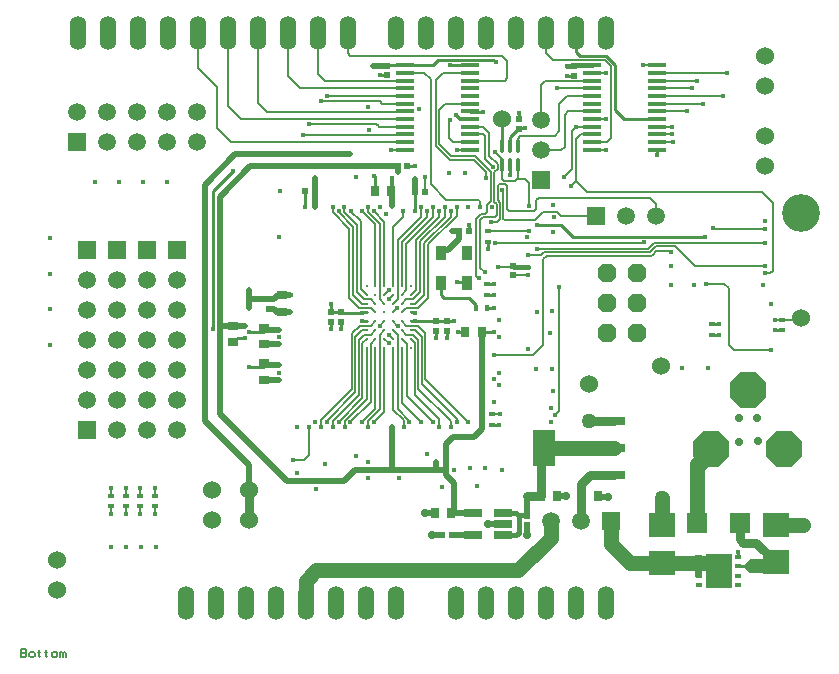
<source format=gbl>
%FSTAX25Y25*%
%MOIN*%
G70*
G01*
G75*
G04 Layer_Physical_Order=4*
G04 Layer_Color=16711680*
%ADD10O,0.07087X0.01181*%
%ADD11O,0.01181X0.07087*%
%ADD12O,0.07284X0.01378*%
%ADD13R,0.08071X0.02756*%
%ADD14R,0.01772X0.02165*%
%ADD15R,0.03150X0.03150*%
%ADD16R,0.01575X0.02559*%
%ADD17R,0.02992X0.06299*%
%ADD18R,0.07874X0.06299*%
%ADD19R,0.02047X0.02047*%
%ADD20R,0.02047X0.02047*%
%ADD21R,0.03543X0.02756*%
%ADD22R,0.02756X0.03543*%
%ADD23R,0.02165X0.01772*%
%ADD24C,0.01000*%
%ADD25C,0.00500*%
%ADD26C,0.03000*%
%ADD27C,0.00700*%
%ADD28C,0.02000*%
%ADD29C,0.00669*%
%ADD30C,0.00591*%
%ADD31R,0.25197X0.25197*%
%ADD32C,0.06000*%
%ADD33P,0.12784X8X202.5*%
%ADD34P,0.12784X8X292.5*%
%ADD35C,0.05906*%
%ADD36R,0.05906X0.05906*%
%ADD37R,0.05906X0.05906*%
%ADD38P,0.06711X8X292.5*%
%ADD39O,0.05600X0.11200*%
%ADD40C,0.12600*%
%ADD41C,0.01969*%
%ADD42C,0.01600*%
%ADD43C,0.05000*%
%ADD44C,0.01595*%
%ADD45C,0.02800*%
%ADD46C,0.04000*%
%ADD47R,0.70200X0.25400*%
%ADD48C,0.07550*%
%ADD49O,0.08724X0.11087*%
%ADD50O,0.11087X0.08724*%
%ADD51C,0.07543*%
G04:AMPARAMS|DCode=52|XSize=95.433mil|YSize=95.433mil|CornerRadius=0mil|HoleSize=0mil|Usage=FLASHONLY|Rotation=0.000|XOffset=0mil|YOffset=0mil|HoleType=Round|Shape=Relief|Width=10mil|Gap=10mil|Entries=4|*
%AMTHD52*
7,0,0,0.09543,0.07543,0.01000,45*
%
%ADD52THD52*%
%ADD53C,0.07800*%
%ADD54C,0.07400*%
G04:AMPARAMS|DCode=55|XSize=95.5mil|YSize=95.5mil|CornerRadius=0mil|HoleSize=0mil|Usage=FLASHONLY|Rotation=0.000|XOffset=0mil|YOffset=0mil|HoleType=Round|Shape=Relief|Width=10mil|Gap=10mil|Entries=4|*
%AMTHD55*
7,0,0,0.09550,0.07550,0.01000,45*
%
%ADD55THD55*%
%ADD56C,0.16600*%
%ADD57C,0.06800*%
G04:AMPARAMS|DCode=58|XSize=70mil|YSize=70mil|CornerRadius=0mil|HoleSize=0mil|Usage=FLASHONLY|Rotation=0.000|XOffset=0mil|YOffset=0mil|HoleType=Round|Shape=Relief|Width=10mil|Gap=10mil|Entries=4|*
%AMTHD58*
7,0,0,0.07000,0.05000,0.01000,45*
%
%ADD58THD58*%
%ADD59C,0.05600*%
%AMTHOVALD60*
21,1,0.02362,0.10724,0,0,270.0*
1,1,0.10724,0.00000,0.01181*
1,1,0.10724,0.00000,-0.01181*
21,0,0.02362,0.08724,0,0,270.0*
1,0,0.08724,0.00000,0.01181*
1,0,0.08724,0.00000,-0.01181*
4,0,4,-0.00354,0.00828,-0.04145,0.04619,-0.03438,0.05326,0.00354,0.01535,-0.00354,0.00828,0.0*
4,0,4,-0.00354,-0.01535,0.03438,-0.05326,0.04145,-0.04619,0.00354,-0.00828,-0.00354,-0.01535,0.0*
4,0,4,-0.00354,0.01535,0.03438,0.05326,0.04145,0.04619,0.00354,0.00828,-0.00354,0.01535,0.0*
4,0,4,-0.00354,-0.00828,-0.04145,-0.04619,-0.03438,-0.05326,0.00354,-0.01535,-0.00354,-0.00828,0.0*
%
%ADD60THOVALD60*%

%AMTHOVALD61*
21,1,0.02362,0.10724,0,0,360.0*
1,1,0.10724,-0.01181,0.00000*
1,1,0.10724,0.01181,0.00000*
21,0,0.02362,0.08724,0,0,360.0*
1,0,0.08724,-0.01181,0.00000*
1,0,0.08724,0.01181,0.00000*
4,0,4,-0.00828,-0.00354,-0.04619,-0.04145,-0.05326,-0.03438,-0.01535,0.00354,-0.00828,-0.00354,0.0*
4,0,4,0.01535,-0.00354,0.05326,0.03438,0.04619,0.04145,0.00828,0.00354,0.01535,-0.00354,0.0*
4,0,4,-0.01535,-0.00354,-0.05326,0.03438,-0.04619,0.04145,-0.00828,0.00354,-0.01535,-0.00354,0.0*
4,0,4,0.00828,-0.00354,0.04619,-0.04145,0.05326,-0.03438,0.01535,0.00354,0.00828,-0.00354,0.0*
%
%ADD61THOVALD61*%

G04:AMPARAMS|DCode=62|XSize=98mil|YSize=98mil|CornerRadius=0mil|HoleSize=0mil|Usage=FLASHONLY|Rotation=0.000|XOffset=0mil|YOffset=0mil|HoleType=Round|Shape=Relief|Width=10mil|Gap=10mil|Entries=4|*
%AMTHD62*
7,0,0,0.09800,0.07800,0.01000,45*
%
%ADD62THD62*%
G04:AMPARAMS|DCode=63|XSize=94mil|YSize=94mil|CornerRadius=0mil|HoleSize=0mil|Usage=FLASHONLY|Rotation=0.000|XOffset=0mil|YOffset=0mil|HoleType=Round|Shape=Relief|Width=10mil|Gap=10mil|Entries=4|*
%AMTHD63*
7,0,0,0.09400,0.07400,0.01000,45*
%
%ADD63THD63*%
G04:AMPARAMS|DCode=64|XSize=88mil|YSize=88mil|CornerRadius=0mil|HoleSize=0mil|Usage=FLASHONLY|Rotation=0.000|XOffset=0mil|YOffset=0mil|HoleType=Round|Shape=Relief|Width=10mil|Gap=10mil|Entries=4|*
%AMTHD64*
7,0,0,0.08800,0.06800,0.01000,45*
%
%ADD64THD64*%
G04:AMPARAMS|DCode=65|XSize=76mil|YSize=76mil|CornerRadius=0mil|HoleSize=0mil|Usage=FLASHONLY|Rotation=0.000|XOffset=0mil|YOffset=0mil|HoleType=Round|Shape=Relief|Width=10mil|Gap=10mil|Entries=4|*
%AMTHD65*
7,0,0,0.07600,0.05600,0.01000,45*
%
%ADD65THD65*%
%ADD66R,0.06102X0.01378*%
%ADD67O,0.01378X0.04724*%
%ADD68R,0.07480X0.12205*%
%ADD69R,0.07480X0.03150*%
%ADD70R,0.06299X0.02559*%
%ADD71R,0.01969X0.01181*%
%ADD72R,0.08661X0.11811*%
%ADD73C,0.01181*%
%ADD74R,0.03543X0.04724*%
%ADD75R,0.06693X0.06614*%
%ADD76R,0.08661X0.07874*%
%ADD77C,0.05000*%
%ADD78C,0.01500*%
%ADD79C,0.01300*%
G36*
X03271Y01186D02*
X03247D01*
Y0126D01*
X03271D01*
Y01186D01*
D02*
G37*
G36*
X03477Y01199D02*
X0343D01*
X03412Y01217D01*
Y01228D01*
X03431Y01247D01*
X03477D01*
Y01199D01*
D02*
G37*
D14*
X0255272Y02084D02*
D03*
X0251728D02*
D03*
D19*
X0240525Y01326D02*
D03*
X0243675D02*
D03*
X0228775Y02558D02*
D03*
X0225625D02*
D03*
X0198Y0247335D02*
D03*
X019485D02*
D03*
X0231525Y02471D02*
D03*
X0234675D02*
D03*
X0246225Y02341D02*
D03*
X0249375D02*
D03*
D20*
X0265945Y027126D02*
D03*
Y026811D02*
D03*
X0222146Y0289173D02*
D03*
Y0286024D02*
D03*
X0284547Y0288976D02*
D03*
Y0285827D02*
D03*
X02385Y0200825D02*
D03*
Y0203975D02*
D03*
X02033Y0203725D02*
D03*
Y0206875D02*
D03*
X02068Y0203725D02*
D03*
Y0206875D02*
D03*
X0242Y0200825D02*
D03*
Y0203975D02*
D03*
X01827Y0208125D02*
D03*
Y0211275D02*
D03*
X02642Y0222475D02*
D03*
Y0219325D02*
D03*
X02688Y0135925D02*
D03*
Y0139075D02*
D03*
D21*
X01707Y0196944D02*
D03*
Y0202456D02*
D03*
X0187Y0212556D02*
D03*
Y0207044D02*
D03*
X01812Y0196244D02*
D03*
Y0201756D02*
D03*
Y0184444D02*
D03*
Y0189956D02*
D03*
D22*
X0243556Y01402D02*
D03*
X0238044D02*
D03*
X0278856Y01456D02*
D03*
X0273344D02*
D03*
X0292256D02*
D03*
X0286744D02*
D03*
X0248244Y02005D02*
D03*
X0253756D02*
D03*
X0217944Y02474D02*
D03*
X0223456D02*
D03*
D23*
X0144882Y0145866D02*
D03*
Y0142323D02*
D03*
X0139764Y0145866D02*
D03*
Y0142323D02*
D03*
X0135039Y0145866D02*
D03*
Y0142323D02*
D03*
X0129921Y0145866D02*
D03*
Y0142323D02*
D03*
X0330543Y0203058D02*
D03*
Y0199515D02*
D03*
X0353839Y0200984D02*
D03*
Y0204527D02*
D03*
X02571Y0169528D02*
D03*
Y0173072D02*
D03*
X02555Y0216272D02*
D03*
Y0212728D02*
D03*
X02556Y0230528D02*
D03*
Y0234072D02*
D03*
D24*
X0207152Y0206759D02*
X0213859D01*
X0330543Y0199515D02*
X033055Y0199508D01*
X0332677D01*
X0257492Y029113D02*
X0258366Y0290256D01*
X0239162Y029113D02*
X0257492D01*
X0237303Y0289272D02*
X0239162Y029113D01*
X0228051Y0289272D02*
X0237303D01*
X0164061Y0247525D02*
X0170669Y0254134D01*
X0164061Y0201476D02*
Y0247525D01*
X0286417Y0292421D02*
X0295177D01*
X0285Y0293839D02*
X0286417Y0292421D01*
X0295177D02*
X0298228Y028937D01*
X024311Y0289272D02*
X0249902D01*
X024626Y0271358D02*
X0249902D01*
X024498Y0272638D02*
X024626Y0271358D01*
X0284055Y0232185D02*
X0327953D01*
X028014Y02361D02*
X0284055Y0232185D01*
X0272Y02361D02*
X028014D01*
X0298228Y0274213D02*
Y028937D01*
Y0274213D02*
X0301083Y0271358D01*
X0312205D01*
X0285Y0293839D02*
Y03D01*
X026309Y0252854D02*
Y0256201D01*
X0312205Y0259252D02*
X0312205Y0259252D01*
X0312205Y0259252D02*
Y0261122D01*
X0249902Y0273917D02*
X025Y0273819D01*
X0254035D01*
X0248502Y0216929D02*
X0248631Y02168D01*
X0245276Y0216929D02*
X0248502D01*
X0249357Y0236175D02*
X0249375D01*
X0249311Y0236221D02*
X0249357Y0236175D01*
X0249375Y02341D02*
Y0236175D01*
X0249311Y0236221D02*
X0249329D01*
X0249375Y0236175D01*
X0282185Y0285827D02*
Y0285827D01*
X0284547D01*
X0219685Y0286024D02*
X0219685Y0286024D01*
X0222146D01*
X0351476Y0201181D02*
X0351673Y0200984D01*
X0353839D01*
X0265945Y027126D02*
Y0273425D01*
Y027126D02*
X0266142Y0271063D01*
X0265945Y0268209D02*
X0268012D01*
X026309Y0265256D02*
X0265945Y0268209D01*
X026309Y02625D02*
Y0265256D01*
X0257672Y0212728D02*
X02577Y02127D01*
X02555Y0212728D02*
X0257672D01*
X0257755Y0216272D02*
X0257769Y0216286D01*
X02555Y0216272D02*
X0257755D01*
X0180931Y0200506D02*
X0181525Y02011D01*
X0181025Y01888D02*
X0181525Y01893D01*
X0245719Y02005D02*
X0248244D01*
X0253756D02*
X02578D01*
X0231474Y0240593D02*
Y0247048D01*
X0228775Y02558D02*
X02314D01*
X01948Y02421D02*
X019485Y024215D01*
Y0247335D01*
X01707Y0196944D02*
X0172256Y01985D01*
X01747D01*
X01762Y01888D02*
X0181025D01*
X0176198Y0200506D02*
X0180931D01*
X0230029Y0206876D02*
X0231442D01*
X0213876D02*
X0215265D01*
X0213859Y0204059D02*
X0213995Y0203924D01*
X0215265D01*
X0230029D02*
X0231424D01*
X02385Y0203975D02*
X0242D01*
X0231459Y0204059D02*
X0238166D01*
X02385Y0203725D01*
X0206818Y0201418D02*
Y0203943D01*
X0203318Y0201418D02*
Y0203943D01*
X0206818Y0207093D02*
X0207152Y0206759D01*
X0203318Y0207093D02*
X0206818D01*
X0203318D02*
Y0209618D01*
X0239969Y0212631D02*
Y0216779D01*
Y0212631D02*
X0241Y02116D01*
X02494D01*
X0251728Y0209272D01*
Y02084D02*
Y0209272D01*
X0255272Y02084D02*
X0257757D01*
X0257801Y0208443D01*
X0339196Y0122275D02*
X0341575D01*
X0339196Y0125424D02*
Y0127096D01*
X03392Y01271D01*
X03516Y0136199D02*
X0356999D01*
X0242Y0203975D02*
X0244525D01*
X0242Y01983D02*
Y0200825D01*
X02385Y01983D02*
Y0200825D01*
X02556Y02283D02*
Y0230528D01*
X02555Y02282D02*
X02556Y02283D01*
X02593Y01695D02*
X0259328Y0169528D01*
X02571D02*
X0259328D01*
X0217913Y0252264D02*
X0217944Y0252233D01*
Y02474D02*
Y0252233D01*
X0231442Y0206876D02*
X0231459Y0206859D01*
X0231398Y0206798D02*
X0231459Y0206859D01*
X0231398Y0206791D02*
Y0206798D01*
Y0206791D02*
X0231496D01*
X0330543Y0203058D02*
X0332684D01*
X0260531Y02625D02*
Y0271358D01*
X0222244Y0289272D02*
X0228051D01*
X0222146Y0289173D02*
X0222244Y0289272D01*
D25*
X0279429Y0173917D02*
Y0215453D01*
X0278051Y0172539D02*
X0279429Y0173917D01*
X0281102Y0251969D02*
X0283858Y0254724D01*
Y026752D01*
X0285138Y0268799D01*
X0290354D01*
X027185Y0244291D02*
X0272638Y0245079D01*
X0336Y0196087D02*
Y0215D01*
X0334465Y0216535D02*
X0336Y0215D01*
X0328346Y0216535D02*
X0334465D01*
X0336Y0196087D02*
X0337598Y0194488D01*
X0295079Y0286713D02*
X0295177Y0286811D01*
X0290354Y0286713D02*
X0295079D01*
X0274762Y0284014D02*
X0290215D01*
X0273524Y0270886D02*
Y0282776D01*
X0274762Y0284014D01*
X0278642Y0281594D02*
X0290354D01*
X0290215Y0284014D02*
X0290354Y0284154D01*
X0277372Y0291034D02*
X028705D01*
X028706Y0291043D02*
X0294732D01*
X028705Y0291034D02*
X028706Y0291043D01*
X0294732D02*
X029685Y0288925D01*
X0350787Y0220768D02*
Y0243406D01*
X0347244Y0246949D02*
X0350787Y0243406D01*
X0288878Y0246949D02*
X0347244D01*
X0349902Y0219882D02*
X0350787Y0220768D01*
X0285236Y025059D02*
X0288878Y0246949D01*
X0309744Y0245079D02*
X0311634Y0243189D01*
X0283691Y0245079D02*
X0309744D01*
X0254232Y0268799D02*
X0256201Y0266831D01*
Y0259127D02*
Y0266831D01*
Y0259127D02*
X0258984Y0256344D01*
X0254134Y026624D02*
X0254823Y0265551D01*
Y0257899D02*
Y0265551D01*
Y0257899D02*
X0257395Y0255327D01*
X0249902Y0268799D02*
X0254232D01*
X0312205Y0273917D02*
X0322146D01*
X0312205Y0284154D02*
X0325492D01*
X0312205Y0281594D02*
X0323917D01*
X0285236Y025059D02*
Y0264665D01*
X0283563Y0248917D02*
X0285236Y025059D01*
X0283366Y0248917D02*
X0283563D01*
X0312205Y0286713D02*
X0312205Y0286713D01*
X0335531D01*
X0312205Y0279035D02*
X0312303Y0279134D01*
X0333957D01*
X0312205Y0281594D02*
X0312205Y0281594D01*
X0280217Y0239173D02*
X0291634D01*
X0278855Y0240535D02*
X0280217Y0239173D01*
X0274187Y0240535D02*
X0278855D01*
X0271251Y0237598D02*
X0274187Y0240535D01*
X0272638Y0245079D02*
X0283691D01*
X027185Y024124D02*
Y0244291D01*
X0271245Y0240635D02*
X027185Y024124D01*
X0262711Y0240635D02*
X0271245D01*
X0254696Y0239637D02*
X0255315Y0240256D01*
X0253521Y0239637D02*
X0254696D01*
X0251772Y0237887D02*
X0253521Y0239637D01*
X0253051Y0237697D02*
X0253952Y0238597D01*
X0258697Y0239307D02*
Y0243074D01*
X0257987Y0238597D02*
X0258697Y0239307D01*
X0253952Y0238597D02*
X0257987D01*
X0261319Y0237598D02*
X0271251D01*
X0260827Y023809D02*
X0261319Y0237598D01*
X0260827Y023809D02*
Y0247441D01*
X0259737Y0238083D02*
Y0243505D01*
X0258661Y0237008D02*
X0259737Y0238083D01*
X0256594Y0237008D02*
X0258661D01*
X0258957Y0244285D02*
X0259737Y0243505D01*
X0258957Y0244285D02*
Y0247063D01*
X0257903Y0243869D02*
X0258697Y0243074D01*
X0257903Y0243869D02*
Y0253588D01*
X0262121Y0241226D02*
Y0249001D01*
Y0241226D02*
X0262711Y0240635D01*
X0261516Y0249606D02*
X0262121Y0249001D01*
X0265453Y0251476D02*
X026565Y0251673D01*
X0264764Y0250787D02*
X0265453Y0251476D01*
X0268012D01*
X026939Y0250098D01*
Y024252D02*
Y0250098D01*
Y0242235D02*
Y024252D01*
X0260531Y0247736D02*
X0260827Y0247441D01*
X0255315Y0240256D02*
Y024252D01*
X0255519Y0242723D01*
Y0242759D02*
X0256807Y0244048D01*
X0255519Y0242723D02*
Y0242759D01*
X0258942Y0247078D02*
X0258957Y0247063D01*
X0258942Y0247078D02*
Y0249001D01*
X0259547Y0249606D01*
X0256807Y0244048D02*
Y0253732D01*
X0251772Y0219193D02*
Y0237887D01*
X0253051Y022185D02*
Y0237697D01*
X0259547Y0249606D02*
X0261516D01*
X0253051Y022185D02*
X0254626Y0220276D01*
X0251772Y0219193D02*
X0252756Y0218209D01*
X0257903Y0253588D02*
X0258984Y0254669D01*
X0260531Y0251476D02*
X0261221Y0250787D01*
X0260531Y0251476D02*
Y0256201D01*
X0261221Y0250787D02*
X0264764D01*
X026565Y0251673D02*
Y0256201D01*
X029685Y0264961D02*
Y0288925D01*
X0275Y0293406D02*
X0277372Y0291034D01*
X0239567Y0274508D02*
X0241535Y0276476D01*
X0239567Y0262992D02*
Y0274508D01*
Y0262992D02*
X0243504Y0259055D01*
X0201969Y0279035D02*
X0228051D01*
X0200016Y0277346D02*
X0205129D01*
X02Y0277362D02*
X0200016Y0277346D01*
X0205129D02*
X0205145Y0277362D01*
X0258984Y0254669D02*
Y0256344D01*
X0256736Y0253738D02*
X0256801D01*
X0256807Y0253732D01*
X0251484Y0259055D02*
X0255805Y0254734D01*
Y0254669D02*
Y0254734D01*
Y0254669D02*
X0256736Y0253738D01*
X0228051Y0276476D02*
X0228067Y0276493D01*
X0241535Y0276476D02*
X0249902D01*
X0312205Y026624D02*
X0312205Y026624D01*
X0317224D01*
X0312205Y0268799D02*
X0317224D01*
X0260531Y0256201D02*
Y0257874D01*
X0257972Y0260433D02*
X0260531Y0257874D01*
X0257972Y0260433D02*
X0257998D01*
X0257395Y0255327D02*
Y0255623D01*
X0249902Y026624D02*
X0254134D01*
X0218504Y0269685D02*
X0219291Y0268898D01*
X0195965Y0269685D02*
X0218504D01*
X0196063Y0269587D02*
Y0269587D01*
X0195965Y0269685D02*
X0196063Y0269587D01*
X0219291Y0268799D02*
Y0268898D01*
Y0268799D02*
X0228051D01*
X0194177Y0266027D02*
X0227838D01*
X0228051Y026624D01*
X0219674Y0277362D02*
X022056Y0276476D01*
X0228051D01*
X0205145Y0277362D02*
X0219674D01*
X0347933Y0219882D02*
X0349902D01*
X0286811Y026624D02*
X0290354D01*
X0285236Y0264665D02*
X0286811Y026624D01*
X0290354Y0263681D02*
X0295571D01*
X029685Y0264961D01*
X0275Y0293406D02*
Y03D01*
X0243504Y0259055D02*
X0251484D01*
X0290354Y0271358D02*
X029498D01*
X0290354Y0281594D02*
X0290354Y0281594D01*
X0259055Y02222D02*
X0263925D01*
X0337598Y0194488D02*
X0350197D01*
X0196Y01593D02*
Y01688D01*
X01944Y01577D02*
X0196Y01593D01*
X01908Y01577D02*
X01944D01*
X0233424Y02421D02*
X0233443Y0242081D01*
X0233424Y02421D02*
X02339D01*
X0243307Y0168859D02*
Y0170711D01*
X0224124Y0174495D02*
Y0195065D01*
Y0174495D02*
X0227622Y0170996D01*
Y0168859D02*
Y0170996D01*
X0225635Y0174559D02*
Y0199459D01*
Y0174559D02*
X0229559Y0170635D01*
Y0170359D02*
Y0170635D01*
X0228635Y0179157D02*
Y0196459D01*
Y0179157D02*
X0237433Y0170359D01*
X0234835Y0184768D02*
Y0199983D01*
Y0184768D02*
X0249244Y0170359D01*
X0227076Y0176779D02*
Y0195065D01*
Y0176779D02*
X0233496Y0170359D01*
X0227076Y0198018D02*
X0228635Y0196459D01*
X0224124Y0200971D02*
X0225635Y0199459D01*
X0227076Y0203924D02*
X0228541Y0202459D01*
X0230029Y0200971D02*
X0231547D01*
X0227076Y0200942D02*
Y0200971D01*
X0228541Y0202459D02*
X0232359D01*
X0230029Y0198018D02*
X0231435Y0196612D01*
X0232359Y0202459D02*
X0234835Y0199983D01*
X0218218Y0174766D02*
Y0195065D01*
X0213811Y0170359D02*
X0218218Y0174766D01*
X0215811Y0170711D02*
X0219659Y0174559D01*
X0215811Y0168859D02*
Y0170711D01*
X0219659Y0174559D02*
Y0199459D01*
X0221171Y0173782D02*
Y0195065D01*
X0217748Y0170359D02*
X0221171Y0173782D01*
X0216659Y0177144D02*
Y0196459D01*
X0209874Y0170359D02*
X0216659Y0177144D01*
X0210459Y0199983D02*
X0212935Y0202459D01*
X0213859Y0196612D02*
X0215265Y0198018D01*
X0224124Y0206876D02*
X0225583Y0208335D01*
X0219712Y0202465D02*
X0221171Y0203924D01*
X0224124D02*
X0225583Y0202465D01*
X0212935Y0202459D02*
X0216754D01*
X0222635Y0211288D02*
X0224124Y0212776D01*
Y0212782D01*
X0213259Y0214788D02*
X0215265Y0212782D01*
X0213259Y0214788D02*
Y0237237D01*
X0219659Y0211341D02*
X0221171Y0209829D01*
X0210835Y0212741D02*
X0213747Y0209829D01*
X0215265D01*
X0218218D02*
Y0209858D01*
X0221171Y0212782D02*
X022263Y0214241D01*
X0222659D01*
Y0211341D02*
X0222683D01*
X0221171Y0212782D02*
X022263Y0214241D01*
X0222659Y0199459D02*
X02241Y0198018D01*
X0221171D02*
X022263Y0196559D01*
X0218218Y0200942D02*
Y0200971D01*
X0213747D02*
X0215265D01*
X0216754Y0202459D02*
X0218218Y0203924D01*
X0219659Y0199459D02*
X0221171Y0200971D01*
X0216659Y0196459D02*
X0218218Y0198018D01*
X0205909Y0170109D02*
X0206048Y0170248D01*
X0231547Y0209829D02*
X0234459Y0212741D01*
X0230029Y0209829D02*
X0231547D01*
X0227076D02*
Y0209858D01*
X0230029Y0212782D02*
X0231702Y0214455D01*
X0230029Y0212782D02*
Y0212782D01*
X0227076Y0212782D02*
X0228553Y0214258D01*
X0227076Y0215735D02*
X0227259Y0215917D01*
X0224124Y0209829D02*
X0225635Y0211341D01*
X023936Y023886D02*
Y0240601D01*
X0231702Y0231202D02*
X023936Y023886D01*
X0231702Y0214455D02*
Y0231202D01*
X0241297Y0238797D02*
Y0242101D01*
X0233159Y0230659D02*
X0241297Y0238797D01*
X0233159Y0213641D02*
Y0230659D01*
X0243297Y0238797D02*
Y0240601D01*
X0234459Y0229959D02*
X0243297Y0238797D01*
X0234459Y0212741D02*
Y0229959D01*
X0237423Y0238723D02*
Y0242101D01*
X0228553Y0229853D02*
X0237423Y0238723D01*
X0228553Y0214258D02*
Y0229853D01*
X0233443Y0238843D02*
Y0242081D01*
X0225635Y0231035D02*
X0233443Y0238843D01*
X0225635Y0211341D02*
Y0231035D01*
X0235423Y0238723D02*
Y0240601D01*
X0227076Y0230376D02*
X0235423Y0238723D01*
X0227076Y0215735D02*
Y0230376D01*
X0227549Y0238649D02*
Y0240601D01*
X0224124Y0235224D02*
X0227549Y0238649D01*
X0224124Y0215735D02*
Y0235224D01*
X0218218Y0215735D02*
Y0236215D01*
X0213832Y0240601D02*
X0218218Y0236215D01*
X0215832Y0240268D02*
Y0242101D01*
Y0240268D02*
X0219659Y0236441D01*
Y0211341D02*
Y0236441D01*
X0221171Y0215735D02*
Y0237199D01*
X0217769Y0240601D02*
X0221171Y0237199D01*
X0204Y024208D02*
X0204021Y0242101D01*
X0210835Y0212741D02*
Y023545D01*
X0205958Y0240328D02*
Y0240601D01*
Y0240328D02*
X0210835Y023545D01*
X0212135Y0213641D02*
Y0236165D01*
X0209435Y0211841D02*
Y0234865D01*
X0204Y02403D02*
X0209435Y0234865D01*
X0204Y02403D02*
Y024208D01*
X0257128Y01731D02*
X02598D01*
X02571Y0173072D02*
X0257128Y01731D01*
X0263925Y02222D02*
X02642Y0222475D01*
X0207895Y0240405D02*
Y0242101D01*
Y0240405D02*
X0212135Y0236165D01*
X0209895Y0240601D02*
X0213259Y0237237D01*
X0209895Y0240601D02*
X0209941Y0240647D01*
Y0240748D01*
X0235859Y0211841D02*
Y022956D01*
X0245297Y0238998D01*
Y0242101D01*
X0231435Y0179293D02*
Y0196612D01*
Y0179293D02*
X0239433Y0171295D01*
Y0168859D02*
Y0171295D01*
X0245307Y0170359D02*
Y0171327D01*
X023376Y0182874D02*
X0245307Y0171327D01*
X023376Y0182874D02*
Y0198758D01*
X0231547Y0200971D02*
X023376Y0198758D01*
X0232579Y0181439D02*
X0243307Y0170711D01*
X0232579Y0181439D02*
Y0197739D01*
X0227076Y0200942D02*
X022851Y0199508D01*
X023081D01*
X0232579Y0197739D01*
X0207937Y0168859D02*
Y0170831D01*
X0215265Y0178159D01*
Y0195065D01*
X0202Y0170359D02*
Y0170701D01*
X0205937Y0170359D02*
X0213859Y0178281D01*
Y0196612D01*
X0202Y0170701D02*
X0211516Y0180217D01*
Y0198739D01*
X0213747Y0200971D01*
X0200063Y0168859D02*
Y0171028D01*
X0210459Y0181424D01*
Y0199983D01*
X0203937Y0168859D02*
Y0170768D01*
X0212697Y0179528D01*
Y0197721D01*
X0214484Y0199508D01*
X0216784D01*
X0218218Y0200942D01*
X0227076Y0209858D02*
X0228537Y0211319D01*
X0230837D01*
X0233159Y0213641D01*
X0227076Y0206876D02*
X0228581Y0208381D01*
X0232154D02*
X0232169Y0208366D01*
X0228581Y0208381D02*
X0232154D01*
X0232384Y0208366D02*
X0235859Y0211841D01*
X0232169Y0208366D02*
X0232384D01*
X0209435Y0211841D02*
X021291Y0208366D01*
X0216728D01*
X0218218Y0206876D01*
X0212135Y0213641D02*
X0214458Y0211319D01*
X0216757D01*
X0218218Y0209858D01*
X0135039Y0145866D02*
Y0148425D01*
X0139764Y0145866D02*
Y0148425D01*
X0129921Y0139764D02*
Y0142323D01*
X0135039Y0139764D02*
Y0142323D01*
X0139764Y0139764D02*
Y0142323D01*
X0144882Y0139764D02*
Y0142323D01*
X01Y0094768D02*
Y0091969D01*
X01014D01*
X0101866Y0092435D01*
Y0092901D01*
X01014Y0093368D01*
X01D01*
X01014D01*
X0101866Y0093835D01*
Y0094301D01*
X01014Y0094768D01*
X01D01*
X0103266Y0091969D02*
X0104199D01*
X0104665Y0092435D01*
Y0093368D01*
X0104199Y0093835D01*
X0103266D01*
X0102799Y0093368D01*
Y0092435D01*
X0103266Y0091969D01*
X0106065Y0094301D02*
Y0093835D01*
X0105598D01*
X0106531D01*
X0106065D01*
Y0092435D01*
X0106531Y0091969D01*
X0108397Y0094301D02*
Y0093835D01*
X0107931D01*
X0108864D01*
X0108397D01*
Y0092435D01*
X0108864Y0091969D01*
X011073D02*
X0111663D01*
X0112129Y0092435D01*
Y0093368D01*
X0111663Y0093835D01*
X011073D01*
X0110263Y0093368D01*
Y0092435D01*
X011073Y0091969D01*
X0113062D02*
Y0093835D01*
X0113529D01*
X0113996Y0093368D01*
Y0091969D01*
Y0093368D01*
X0114462Y0093835D01*
X0114928Y0093368D01*
Y0091969D01*
D26*
X0289381Y0170855D02*
X0297714D01*
X0175984Y0137795D02*
Y0147795D01*
X02687Y01456D02*
X0273344D01*
X0339647Y0131353D02*
Y01366D01*
Y0131353D02*
X03408Y01302D01*
X0345001D01*
X03516Y0123601D01*
X02867Y01375D02*
Y0145556D01*
X0286744Y01456D01*
Y0149744D01*
X0289745Y0152745D01*
X0297714D01*
X0273344Y0160658D02*
X0274486Y01618D01*
X0273344Y01456D02*
Y0160658D01*
D27*
X0359528Y0204527D02*
X036Y0205D01*
X0353839Y0204527D02*
X0359528D01*
X0282382Y0273917D02*
X0290354D01*
X0281299Y0272835D02*
X0282382Y0273917D01*
X0281299Y0262106D02*
Y0272835D01*
X0280079Y0260886D02*
X0281299Y0262106D01*
X0279528Y0267224D02*
Y0276476D01*
X0277953Y026565D02*
X0279528Y0267224D01*
X0266437Y026565D02*
X0277953D01*
X0279528Y0276476D02*
X0282087Y0279035D01*
X026565Y02625D02*
Y0264862D01*
X0266437Y026565D01*
X0282087Y0279035D02*
X0290354D01*
X0273524Y0260886D02*
X0280079D01*
X0260433Y029252D02*
X0262205Y0290748D01*
X0209842Y029252D02*
X0260433D01*
X0209Y0293362D02*
X0209842Y029252D01*
X0170177Y0263681D02*
X0228051D01*
X0165354Y0268504D02*
X0170177Y0263681D01*
X0165354Y0268504D02*
Y0282087D01*
X0159Y0288441D02*
X0165354Y0282087D01*
X0159Y0288441D02*
Y03D01*
X0307579Y0289272D02*
X0312205D01*
X0290354Y0261122D02*
X029498D01*
X0223425Y0261122D02*
X0228051D01*
X0241831Y0244488D02*
X0252559D01*
X0236614Y0249705D02*
X0241831Y0244488D01*
X0236614Y0249705D02*
Y0284547D01*
X0312303Y0276378D02*
X0327362D01*
X0312205Y0276476D02*
X0312303Y0276378D01*
X0312205Y0263681D02*
X0317323D01*
X0330807Y0234842D02*
X0347933D01*
X0275271Y0225664D02*
X0310207D01*
X0310724Y0226181D01*
X0311807Y0227264D02*
X0316535D01*
X0316634Y0227165D01*
X025315Y0242126D02*
Y0243898D01*
X0311634Y0239173D02*
Y0243189D01*
X0312205Y0289272D02*
X0312205Y0289272D01*
X0240748Y0286713D02*
X0249902D01*
X0238428Y0284392D02*
X0240748Y0286713D01*
X0238428Y0262379D02*
Y0284392D01*
Y0262379D02*
X0242991Y0257816D01*
X0234449Y0286713D02*
X0236614Y0284547D01*
X0255118Y0251673D02*
Y0253669D01*
X0250971Y0257816D02*
X0255118Y0253669D01*
X0242913Y0264961D02*
X0244193Y0263681D01*
X0242913Y0264961D02*
Y0271161D01*
X0173425Y0271358D02*
X0228051D01*
X0181957Y0273653D02*
X0227787D01*
X0330709Y0234941D02*
X0330807Y0234842D01*
X0290354Y0261122D02*
X0290354Y0261122D01*
X0310724Y0226181D02*
X0310724D01*
X0274213Y0224606D02*
X0275271Y0225664D01*
X0242991Y0257816D02*
X0250971D01*
X0249902Y026624D02*
X025Y0266339D01*
X0242925Y0271076D02*
Y027115D01*
X0242913Y0271161D02*
X0242925Y027115D01*
X0244193Y0263681D02*
X0249902D01*
X0245276Y0261122D02*
X0249902D01*
X0262205Y0285039D02*
Y0290748D01*
X0249902Y0284154D02*
X0261319D01*
X0262205Y0285039D01*
X0252559Y0244488D02*
X025315Y0243898D01*
X0234646Y025187D02*
X0234675Y0251841D01*
Y02471D02*
Y0251841D01*
X0269061Y0219325D02*
X0269094Y0219291D01*
X02642Y0219325D02*
X0269061D01*
X0274213Y0196161D02*
Y0224606D01*
X0270746Y0192695D02*
X0274213Y0196161D01*
X0257801Y0192695D02*
X0270746D01*
X0228051Y0286713D02*
X0234449D01*
X0201472Y0283961D02*
X0227858D01*
X0199Y0286433D02*
X0201472Y0283961D01*
X0199Y0286433D02*
Y03D01*
X0193012Y0281594D02*
X0228051D01*
X0189Y0285606D02*
X0193012Y0281594D01*
X0189Y0285606D02*
Y03D01*
X0179Y027661D02*
X0181957Y0273653D01*
X0179Y027661D02*
Y03D01*
X0209Y0293362D02*
Y03D01*
X0310724Y0226181D02*
X0311807Y0227264D01*
X0351378Y0204528D02*
X0353839D01*
X0169Y0275783D02*
Y03D01*
Y0275783D02*
X0173425Y0271358D01*
X0227787Y0273653D02*
X0228051Y0273917D01*
X0227858Y0283961D02*
X0228051Y0284154D01*
D28*
X028937Y0170866D02*
X0289381Y0170855D01*
X0175984Y0147795D02*
Y0156004D01*
X0161319Y0170669D02*
X0175984Y0156004D01*
X0161319Y0170669D02*
Y0249508D01*
X0171457Y0259646D01*
X0176575Y0255709D02*
X0225622D01*
X01664Y0245534D02*
X0176575Y0255709D01*
X01664Y0172905D02*
Y0245534D01*
X0171457Y0259646D02*
X0209646D01*
X0225622Y0253625D02*
Y0255709D01*
X0217421Y0289173D02*
X0222146D01*
X01664Y0172905D02*
X0188616Y0150689D01*
X0242509Y0227844D02*
X0246033Y0231367D01*
X0239969Y0227844D02*
X0242509D01*
X0246033Y0231367D02*
Y0233908D01*
X0243652D02*
X0246033D01*
X02417Y0152591D02*
X02443Y0149991D01*
X02417Y0152591D02*
Y01543D01*
X02443Y0140944D02*
Y0149991D01*
X0239969Y0226621D02*
Y0227844D01*
X0253756Y0168056D02*
Y02005D01*
X0184419Y0211275D02*
X01857Y0212556D01*
X0187D01*
X01827Y0211275D02*
X0184419D01*
X0185819Y0207125D02*
X01897D01*
X0184319Y0208125D02*
X0185819Y0206625D01*
X01827Y0208125D02*
X0184319D01*
X0176198Y02114D02*
Y0214286D01*
Y020838D02*
Y02114D01*
X0176324Y0211275D01*
X01827D01*
X01812Y0196244D02*
X01862D01*
X0181525Y02011D02*
X01862D01*
X0181525Y01893D02*
X01862D01*
X01812Y0184444D02*
X0186175D01*
X0187Y0212556D02*
X0189744D01*
X02236Y02425D02*
Y02484D01*
X0231525Y02471D02*
Y0251465D01*
X0198Y0247335D02*
Y02517D01*
Y02422D02*
Y0247335D01*
X02113Y01543D02*
X0223685D01*
Y0168859D01*
Y01543D02*
X0238404D01*
Y0157196D01*
X0243556Y01402D02*
X02443Y0140944D01*
X017136Y0202496D02*
X0174688D01*
X02348Y01402D02*
X02348Y01402D01*
X0238044D01*
X0243556Y014004D02*
X0250879D01*
X01666Y0202456D02*
X01707D01*
X02687Y0139525D02*
Y01456D01*
X0292256Y01454D02*
X0295625D01*
X02372Y01326D02*
X0240525D01*
X02688Y01327D02*
Y0135925D01*
X02556Y01364D02*
X02557Y01363D01*
X0260721D01*
X0278856Y01456D02*
X02819D01*
X0243675Y01326D02*
X02462D01*
X024836Y013256D02*
X02484Y01326D01*
X024836Y013256D02*
X0250879D01*
X0243675Y01326D02*
X02484D01*
X02417Y01543D02*
Y01629D01*
X02442Y01654D01*
X02511D01*
X0253756Y0168056D01*
X0238404Y01543D02*
X02417D01*
X0207689Y0150689D02*
X02113Y01543D01*
X0188616Y0150689D02*
X0207689D01*
D29*
X0311249Y0230147D02*
X0347708D01*
X0347933Y0229921D01*
X0324705Y0222342D02*
X0347933D01*
X0318109Y0228938D02*
X0324705Y0222342D01*
X031175Y0228938D02*
X0318109D01*
X0272082Y0228097D02*
X0309199D01*
X0258101Y02301D02*
X0307776D01*
X03097Y0226888D02*
X031175Y0228938D01*
X0309199Y0228097D02*
X0311249Y0230147D01*
X02556Y0234072D02*
X0269472D01*
X0274284Y0226888D02*
X03097D01*
X0273524Y0226128D02*
X0274284Y0226888D01*
X0258084Y0230118D02*
X0258101Y02301D01*
X0269159Y0226128D02*
X0273524D01*
X0144882Y0145866D02*
Y0148425D01*
D30*
X0129921Y0145866D02*
Y0148425D01*
D32*
X0313583Y0189173D02*
D03*
X0175984Y0147795D02*
D03*
Y0137795D02*
D03*
X0289469Y0183169D02*
D03*
X0260531Y0271358D02*
D03*
X0112205Y0124409D02*
D03*
Y0114409D02*
D03*
X034813Y029252D02*
D03*
Y028252D02*
D03*
Y0265787D02*
D03*
Y0255787D02*
D03*
X0163863Y0147833D02*
D03*
Y0137833D02*
D03*
X036Y0205D02*
D03*
D33*
X0354331Y0161417D02*
D03*
X0329921D02*
D03*
D34*
X034252Y0181102D02*
D03*
D35*
X01587Y02738D02*
D03*
Y02638D02*
D03*
X01487Y02738D02*
D03*
Y02638D02*
D03*
X01387Y02738D02*
D03*
Y02638D02*
D03*
X01287Y02738D02*
D03*
Y02638D02*
D03*
X01187Y02738D02*
D03*
X01322Y01776D02*
D03*
Y01876D02*
D03*
Y01976D02*
D03*
Y02076D02*
D03*
Y02176D02*
D03*
Y01676D02*
D03*
X01422D02*
D03*
X01522D02*
D03*
X02767Y01375D02*
D03*
X02867D02*
D03*
X01222Y02176D02*
D03*
Y02076D02*
D03*
Y01976D02*
D03*
Y01876D02*
D03*
Y01776D02*
D03*
X0273524Y0270886D02*
D03*
Y0260886D02*
D03*
X0301634Y0239173D02*
D03*
X0311634D02*
D03*
X01422Y01776D02*
D03*
Y01876D02*
D03*
Y01976D02*
D03*
Y02076D02*
D03*
Y02176D02*
D03*
X01522D02*
D03*
Y02076D02*
D03*
Y01976D02*
D03*
Y01876D02*
D03*
Y01776D02*
D03*
D36*
X01187Y02638D02*
D03*
X01222Y01676D02*
D03*
X02967Y01375D02*
D03*
X0291634Y0239173D02*
D03*
D37*
X01322Y02276D02*
D03*
X01222D02*
D03*
X0273524Y0250886D02*
D03*
X01422Y02276D02*
D03*
X01522D02*
D03*
D38*
X0305394Y0199941D02*
D03*
X0295394D02*
D03*
X0305394Y0209941D02*
D03*
X0295394D02*
D03*
X0305394Y0219941D02*
D03*
X0295394D02*
D03*
D39*
X0209Y03D02*
D03*
X0199D02*
D03*
X0189D02*
D03*
X0179D02*
D03*
X0169D02*
D03*
X0159D02*
D03*
X0149D02*
D03*
X0139D02*
D03*
X0129D02*
D03*
X0119D02*
D03*
X0225Y011D02*
D03*
X0215D02*
D03*
X0205D02*
D03*
X0195D02*
D03*
X0185D02*
D03*
X0175D02*
D03*
X0165D02*
D03*
X0155D02*
D03*
X0245D02*
D03*
X0255D02*
D03*
X0265D02*
D03*
X0275D02*
D03*
X0285D02*
D03*
X0295D02*
D03*
Y03D02*
D03*
X0285D02*
D03*
X0275D02*
D03*
X0265D02*
D03*
X0255D02*
D03*
X0245D02*
D03*
X0235D02*
D03*
X0225D02*
D03*
D40*
X036Y024D02*
D03*
D41*
X0334668Y01207D02*
D03*
X0330732D02*
D03*
X03327Y0123456D02*
D03*
Y0117944D02*
D03*
D42*
X02686Y0232D02*
D03*
X0277559Y0233563D02*
D03*
X0279429Y0215453D02*
D03*
X0281102Y0251969D02*
D03*
X0278051Y0172539D02*
D03*
X0285138Y0268799D02*
D03*
X0278642Y0281594D02*
D03*
X0295177Y0286811D02*
D03*
X0258366Y0290256D02*
D03*
X0282087Y0288976D02*
D03*
X0217421Y0289173D02*
D03*
X0209646Y0259646D02*
D03*
X0307579Y0289272D02*
D03*
X029498Y0261122D02*
D03*
X0223425Y0261122D02*
D03*
X024311Y0289272D02*
D03*
X0243652Y0233908D02*
D03*
X0215748Y0275492D02*
D03*
X024498Y0272638D02*
D03*
X0322146Y0273917D02*
D03*
X0325492Y0284154D02*
D03*
X0323917Y0281594D02*
D03*
X0327362Y0276378D02*
D03*
X0283366Y0248917D02*
D03*
X0335531Y0286713D02*
D03*
X0333957Y0279134D02*
D03*
X0317323Y0263681D02*
D03*
X0316634Y0227165D02*
D03*
X026939Y024252D02*
D03*
X025315Y0242126D02*
D03*
X0256594Y0237008D02*
D03*
X0260531Y0247736D02*
D03*
X026309Y0252854D02*
D03*
X0248228Y0253445D02*
D03*
X0268012Y0268209D02*
D03*
X0201969Y0279035D02*
D03*
X0257395Y0255327D02*
D03*
X0317224Y026624D02*
D03*
Y0268799D02*
D03*
X0272Y02361D02*
D03*
X0269488Y0234055D02*
D03*
X0269159Y0226128D02*
D03*
X0257972Y0260433D02*
D03*
X0242925Y0271076D02*
D03*
X0196063Y0269587D02*
D03*
X02Y0277362D02*
D03*
X0194177Y0266027D02*
D03*
X0312205Y0259252D02*
D03*
X02777Y02387D02*
D03*
X02764Y02002D02*
D03*
X0257108Y0242101D02*
D03*
X0255118Y0251673D02*
D03*
X0258084Y0230118D02*
D03*
X0242618Y0253346D02*
D03*
X0254035Y0273819D02*
D03*
X0245276Y0261122D02*
D03*
X029498Y0271358D02*
D03*
X0234646Y025187D02*
D03*
X0252756Y0218209D02*
D03*
X0254626Y0220276D02*
D03*
X0245276Y0216929D02*
D03*
X0249375Y0236175D02*
D03*
X0269094Y0219291D02*
D03*
X0347933Y0237402D02*
D03*
Y0234842D02*
D03*
X0282185Y0285827D02*
D03*
X0232677Y0274803D02*
D03*
X0219685Y0286024D02*
D03*
X0330709Y0234941D02*
D03*
X0328346Y0216535D02*
D03*
X0350197Y0209547D02*
D03*
X0320472Y0188206D02*
D03*
X0316732Y0222441D02*
D03*
X0347933Y0219882D02*
D03*
Y0222342D02*
D03*
X0307776Y0230315D02*
D03*
X0347933Y0229921D02*
D03*
X0327953Y0232185D02*
D03*
X0351378Y0204528D02*
D03*
X0351476Y0201181D02*
D03*
X0332677Y0199508D02*
D03*
X0316732Y0216043D02*
D03*
X0324508Y0215945D02*
D03*
X0350197Y0194488D02*
D03*
X0265945Y0273425D02*
D03*
X0216043Y0267717D02*
D03*
X0196Y01688D02*
D03*
X01747Y01985D02*
D03*
X01487Y0250472D02*
D03*
X01246Y02504D02*
D03*
X01326D02*
D03*
X01406Y0250372D02*
D03*
X02577Y02127D02*
D03*
X0277156Y0207244D02*
D03*
X0259325Y0204475D02*
D03*
X0249234Y0242101D02*
D03*
X0271949Y0207176D02*
D03*
X025932Y0198569D02*
D03*
X0277464Y01808D02*
D03*
X0277156Y0187889D02*
D03*
X0271644D02*
D03*
X02522Y01489D02*
D03*
X0235465Y01596D02*
D03*
X0249644Y0155156D02*
D03*
X0254756D02*
D03*
X01862Y01986D02*
D03*
Y02011D02*
D03*
Y0186758D02*
D03*
Y0184419D02*
D03*
X01897Y0207125D02*
D03*
X019Y02127D02*
D03*
X02261Y01517D02*
D03*
X0201544Y0156356D02*
D03*
X02157Y01572D02*
D03*
Y0151688D02*
D03*
X02691Y02222D02*
D03*
X0245719Y02005D02*
D03*
X02578Y02005D02*
D03*
X0227549Y0240601D02*
D03*
X0231525Y0251465D02*
D03*
X0198Y02517D02*
D03*
X0233424Y02421D02*
D03*
X02314Y02558D02*
D03*
X01948Y02421D02*
D03*
X01865Y02474D02*
D03*
X0225622Y0253625D02*
D03*
X01862Y0196219D02*
D03*
Y01893D02*
D03*
X024047Y0148841D02*
D03*
X02384Y01572D02*
D03*
X0192Y01533D02*
D03*
X0192147Y0168817D02*
D03*
X0223685Y0168859D02*
D03*
X0227622D02*
D03*
X0229559Y0170359D02*
D03*
X0213859Y0204059D02*
D03*
X0203937Y0168859D02*
D03*
X0205937Y0170359D02*
D03*
X0202D02*
D03*
X0200063Y0168859D02*
D03*
X0225583Y0208365D02*
D03*
X0219712Y0202435D02*
D03*
X0225612Y0202465D02*
D03*
X0213859Y0206759D02*
D03*
X0222659Y0214241D02*
D03*
X0222635Y0211288D02*
D03*
X0222659Y0199459D02*
D03*
Y0196559D02*
D03*
X0231459Y0204059D02*
D03*
X0207937Y0168859D02*
D03*
X0209874Y0170359D02*
D03*
X0217748D02*
D03*
X0213811D02*
D03*
X0215811Y0168859D02*
D03*
X0243307D02*
D03*
X0245307Y0170359D02*
D03*
X0249244D02*
D03*
X0239433Y0168859D02*
D03*
X0237433Y0170359D02*
D03*
X0233496D02*
D03*
X0174688Y0202496D02*
D03*
X0211832Y0251888D02*
D03*
X0206818Y0201418D02*
D03*
X0203318D02*
D03*
Y0209618D02*
D03*
X0245297Y0242101D02*
D03*
X0241297D02*
D03*
X0243297Y0240601D02*
D03*
X023936D02*
D03*
X0237423Y0242101D02*
D03*
X0235423Y0240601D02*
D03*
X0215832Y0242101D02*
D03*
X0213832Y0240601D02*
D03*
X0217769D02*
D03*
X0219706Y0242101D02*
D03*
X0207895D02*
D03*
X0205958Y0240601D02*
D03*
X0204021Y0242101D02*
D03*
X0211811Y0159031D02*
D03*
X0198063Y0170359D02*
D03*
X0257801Y0192695D02*
D03*
X0259301Y0186821D02*
D03*
X0257801Y0208443D02*
D03*
Y0184821D02*
D03*
X0259301Y0182821D02*
D03*
X0257769Y0176916D02*
D03*
Y0216286D02*
D03*
X0186049Y0232065D02*
D03*
X0269088Y0194632D02*
D03*
X0272082Y0228097D02*
D03*
X0329072Y0188206D02*
D03*
X0332684Y0203058D02*
D03*
X0277572Y02426D02*
D03*
X03392Y01271D02*
D03*
X02687Y01456D02*
D03*
X0270844Y01456D02*
D03*
X02688Y0141219D02*
D03*
X0244525Y0203975D02*
D03*
X0242Y01983D02*
D03*
X02385D02*
D03*
X02556Y02281D02*
D03*
X02769Y0175D02*
D03*
Y01703D02*
D03*
X02598Y01731D02*
D03*
X02603Y01543D02*
D03*
X02444Y015435D02*
D03*
X02236Y02425D02*
D03*
X02216Y02397D02*
D03*
X02593Y01695D02*
D03*
X01908Y01577D02*
D03*
X0198425Y014813D02*
D03*
X0217913Y0252264D02*
D03*
X0209941Y0240748D02*
D03*
X0231496Y0206791D02*
D03*
X0170669Y0254134D02*
D03*
X0164061Y0201476D02*
D03*
X0109744Y0196161D02*
D03*
Y0207972D02*
D03*
Y0219783D02*
D03*
Y0231594D02*
D03*
X0129921Y0148425D02*
D03*
X0135039D02*
D03*
X0139764D02*
D03*
X0144882D02*
D03*
X0129921Y0139764D02*
D03*
X0135039D02*
D03*
X0139764D02*
D03*
X0144882D02*
D03*
X0145079Y0128661D02*
D03*
X0140079D02*
D03*
X0135079D02*
D03*
X0130079D02*
D03*
X0347399Y0215945D02*
D03*
D43*
X028937Y0170866D02*
D03*
X03138Y01451D02*
D03*
X0360701Y0136199D02*
D03*
D44*
X0259055Y02222D02*
D03*
X0176198Y0200506D02*
D03*
X0198Y02422D02*
D03*
X01762Y01888D02*
D03*
X0176198Y020838D02*
D03*
X017623Y0214317D02*
D03*
X02236Y02518D02*
D03*
X0231507Y0240559D02*
D03*
D45*
X02348Y01402D02*
D03*
X02372Y01326D02*
D03*
X0295625Y01454D02*
D03*
X02556Y01364D02*
D03*
X02819Y01456D02*
D03*
X02688Y01327D02*
D03*
X033937Y0171653D02*
D03*
X0345571Y0171752D02*
D03*
X033937Y0163779D02*
D03*
X0345866Y0163878D02*
D03*
D66*
X0290354Y0261122D02*
D03*
Y0263681D02*
D03*
Y026624D02*
D03*
Y0268799D02*
D03*
Y0271358D02*
D03*
Y0273917D02*
D03*
Y0276476D02*
D03*
Y0279035D02*
D03*
Y0281594D02*
D03*
Y0284154D02*
D03*
Y0286713D02*
D03*
Y0289272D02*
D03*
X0312205Y0261122D02*
D03*
Y0263681D02*
D03*
Y026624D02*
D03*
Y0268799D02*
D03*
Y0271358D02*
D03*
Y0273917D02*
D03*
Y0276476D02*
D03*
Y0279035D02*
D03*
Y0281594D02*
D03*
Y0284154D02*
D03*
Y0286713D02*
D03*
Y0289272D02*
D03*
X0228051Y0261122D02*
D03*
Y0263681D02*
D03*
Y026624D02*
D03*
Y0268799D02*
D03*
Y0271358D02*
D03*
Y0273917D02*
D03*
Y0276476D02*
D03*
Y0279035D02*
D03*
Y0281594D02*
D03*
Y0284154D02*
D03*
Y0286713D02*
D03*
Y0289272D02*
D03*
X0249902Y0261122D02*
D03*
Y0263681D02*
D03*
Y026624D02*
D03*
Y0268799D02*
D03*
Y0271358D02*
D03*
Y0273917D02*
D03*
Y0276476D02*
D03*
Y0279035D02*
D03*
Y0281594D02*
D03*
Y0284154D02*
D03*
Y0286713D02*
D03*
Y0289272D02*
D03*
D67*
X026565Y0256201D02*
D03*
X026309D02*
D03*
X0260531D02*
D03*
X026565Y02625D02*
D03*
X026309D02*
D03*
X0260531D02*
D03*
D68*
X0274486Y01618D02*
D03*
D69*
X0297714Y0152745D02*
D03*
Y01618D02*
D03*
Y0170855D02*
D03*
D70*
X0260721Y014004D02*
D03*
Y01363D02*
D03*
Y013256D02*
D03*
X0250879D02*
D03*
Y014004D02*
D03*
D71*
X0339196Y0125424D02*
D03*
Y0122275D02*
D03*
Y0119125D02*
D03*
Y0115976D02*
D03*
X0326204D02*
D03*
Y0119125D02*
D03*
Y0122275D02*
D03*
Y0125424D02*
D03*
D72*
X03327Y01207D02*
D03*
D73*
X0215265Y0195065D02*
D03*
X0218218D02*
D03*
X0221171D02*
D03*
X0224124D02*
D03*
X0227076D02*
D03*
X0230029D02*
D03*
X0215265Y0198018D02*
D03*
X0218218D02*
D03*
X0221171D02*
D03*
X0224124D02*
D03*
X0227076D02*
D03*
X0230029D02*
D03*
X0215265Y0200971D02*
D03*
X0218218D02*
D03*
X0221171D02*
D03*
X0224124D02*
D03*
X0227076D02*
D03*
X0230029D02*
D03*
X0215265Y0203924D02*
D03*
X0218218D02*
D03*
X0221171D02*
D03*
X0224124D02*
D03*
X0227076D02*
D03*
X0230029D02*
D03*
X0215265Y0206876D02*
D03*
X0218218D02*
D03*
X0221171D02*
D03*
X0224124D02*
D03*
X0227076D02*
D03*
X0230029D02*
D03*
X0215265Y0209829D02*
D03*
X0218218D02*
D03*
X0221171D02*
D03*
X0224124D02*
D03*
X0227076D02*
D03*
X0230029D02*
D03*
X0215265Y0212782D02*
D03*
X0218218D02*
D03*
X0221171D02*
D03*
X0224124D02*
D03*
X0227076D02*
D03*
X0230029D02*
D03*
X0215265Y0215735D02*
D03*
X0218218D02*
D03*
X0221171D02*
D03*
X0224124D02*
D03*
X0227076D02*
D03*
X0230029D02*
D03*
D74*
X0239969Y0216779D02*
D03*
Y0226621D02*
D03*
X0248631Y0216779D02*
D03*
Y0226621D02*
D03*
D75*
X0339647Y01366D02*
D03*
X0325553D02*
D03*
D76*
X03138Y0123401D02*
D03*
Y0135999D02*
D03*
X03516Y0123601D02*
D03*
Y0136199D02*
D03*
D77*
X0326557Y0156479D02*
X033189Y0161811D01*
X0325553Y0156479D02*
X0326557D01*
X0325553Y01366D02*
Y0156479D01*
X0274486Y01618D02*
X0297714D01*
X01984Y01209D02*
X02658D01*
X0195Y01175D02*
X01984Y01209D01*
X0195Y011D02*
Y01175D01*
X02658Y01209D02*
X02767Y01318D01*
X03138Y0135999D02*
Y01451D01*
X03516Y0136199D02*
X0360701D01*
X03138Y0123401D02*
X03246D01*
X0302999D02*
X03138D01*
X02967Y01297D02*
X0302999Y0123401D01*
X02967Y01297D02*
Y01375D01*
X02767Y01318D02*
Y01375D01*
X0324655Y0123456D02*
X03327D01*
D78*
X0282087Y0288976D02*
X0284547D01*
X0282087Y0288878D02*
Y0288976D01*
X0285039Y0289272D02*
X0290354D01*
X0284744Y0288976D02*
X0285039Y0289272D01*
X0284547Y0288976D02*
X0284744D01*
X02642Y0222475D02*
X02645Y0222175D01*
X02658Y01393D02*
X0268625D01*
X0260721Y014004D02*
X026506D01*
X0266Y01391D01*
X0260721Y013256D02*
X026506D01*
X0266Y01335D01*
Y01391D01*
X02645Y0222175D02*
X02691D01*
D79*
X0231474Y0240593D02*
X0231507Y0240559D01*
X0231474Y0247048D02*
X0231525Y02471D01*
X02236Y02484D02*
Y02518D01*
M02*

</source>
